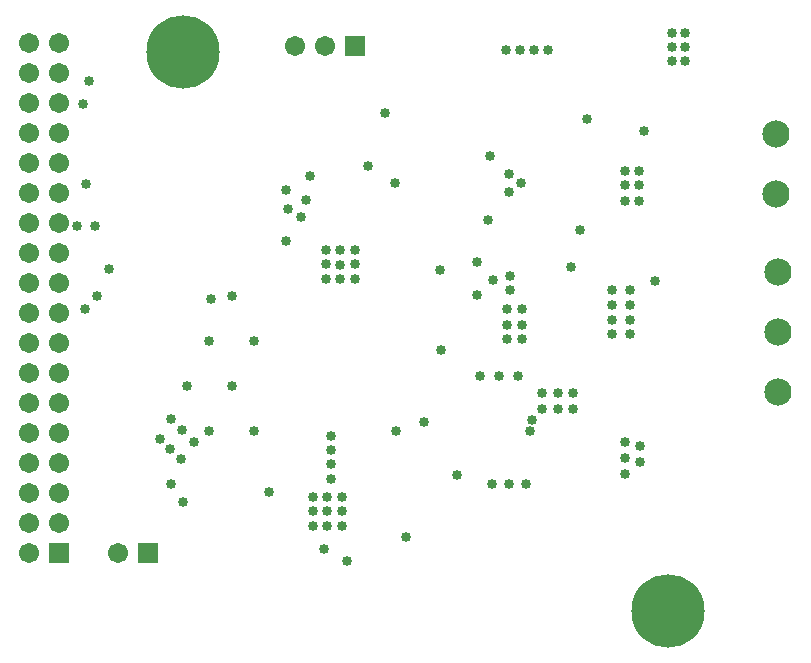
<source format=gbs>
G04*
G04 #@! TF.GenerationSoftware,Altium Limited,Altium Designer,21.6.1 (37)*
G04*
G04 Layer_Color=16711935*
%FSLAX25Y25*%
%MOIN*%
G70*
G04*
G04 #@! TF.SameCoordinates,B4AB2511-9BA3-4B12-947F-8A4498F88565*
G04*
G04*
G04 #@! TF.FilePolarity,Negative*
G04*
G01*
G75*
%ADD44C,0.06706*%
%ADD45R,0.06706X0.06706*%
%ADD46C,0.09068*%
%ADD47R,0.06706X0.06706*%
%ADD48C,0.24422*%
%ADD49C,0.03359*%
%ADD50C,0.03359*%
D44*
X343500Y383500D02*
D03*
X353500D02*
D03*
X284646Y214567D02*
D03*
X255000Y214500D02*
D03*
X265000Y224500D02*
D03*
X255000D02*
D03*
X265000Y234500D02*
D03*
X255000D02*
D03*
X265000Y244500D02*
D03*
X255000D02*
D03*
X265000Y254500D02*
D03*
X255000D02*
D03*
X265000Y264500D02*
D03*
X255000D02*
D03*
X265000Y274500D02*
D03*
X255000D02*
D03*
X265000Y284500D02*
D03*
X255000D02*
D03*
X265000Y294500D02*
D03*
X255000D02*
D03*
X265000Y304500D02*
D03*
X255000D02*
D03*
X265000Y314500D02*
D03*
X255000D02*
D03*
X265000Y324500D02*
D03*
X255000D02*
D03*
X265000Y334500D02*
D03*
X255000D02*
D03*
X265000Y344500D02*
D03*
X255000D02*
D03*
X265000Y354500D02*
D03*
X255000D02*
D03*
X265000Y364500D02*
D03*
X255000D02*
D03*
X265000Y374500D02*
D03*
X255000D02*
D03*
X265000Y384500D02*
D03*
X255000D02*
D03*
D45*
X363500Y383500D02*
D03*
X294646Y214567D02*
D03*
D46*
X504500Y268000D02*
D03*
Y288000D02*
D03*
Y308000D02*
D03*
X504000Y354000D02*
D03*
Y334000D02*
D03*
D47*
X265000Y214500D02*
D03*
D48*
X306299Y381496D02*
D03*
X467717Y195276D02*
D03*
D49*
X380709Y219685D02*
D03*
X359055Y223622D02*
D03*
X354331D02*
D03*
X349606D02*
D03*
X438583Y322047D02*
D03*
X435433Y309842D02*
D03*
X376772Y337795D02*
D03*
X274029Y337500D02*
D03*
X345669Y326378D02*
D03*
X341339Y329254D02*
D03*
X340551Y335313D02*
D03*
X347244Y332283D02*
D03*
X348425Y340158D02*
D03*
X407874Y325590D02*
D03*
X453543Y341732D02*
D03*
Y337008D02*
D03*
X340551Y318504D02*
D03*
X458661Y250000D02*
D03*
Y244882D02*
D03*
X355512Y238976D02*
D03*
Y244094D02*
D03*
Y248819D02*
D03*
Y253543D02*
D03*
X453543Y246063D02*
D03*
Y240945D02*
D03*
Y251575D02*
D03*
X455118Y297244D02*
D03*
X449213Y301969D02*
D03*
Y297244D02*
D03*
Y292126D02*
D03*
X455118D02*
D03*
Y287402D02*
D03*
X449213D02*
D03*
X415354Y301969D02*
D03*
Y306693D02*
D03*
X335039Y234646D02*
D03*
X373622Y361024D02*
D03*
X367779Y343307D02*
D03*
X277559Y300000D02*
D03*
X272835Y364173D02*
D03*
X274803Y371654D02*
D03*
X277000Y323500D02*
D03*
X361024Y211811D02*
D03*
X353150Y215748D02*
D03*
X409449Y305512D02*
D03*
X455118Y301969D02*
D03*
X404339Y311409D02*
D03*
X391732Y308661D02*
D03*
X392051Y282132D02*
D03*
X458268Y341732D02*
D03*
Y337008D02*
D03*
Y331890D02*
D03*
X453543D02*
D03*
X413779Y382283D02*
D03*
X418504D02*
D03*
X423228D02*
D03*
X427953D02*
D03*
X414961Y340945D02*
D03*
Y334646D02*
D03*
X408661Y346850D02*
D03*
X419291Y285827D02*
D03*
Y290551D02*
D03*
Y295669D02*
D03*
X414173Y285827D02*
D03*
Y290551D02*
D03*
Y295669D02*
D03*
X404331Y300394D02*
D03*
X417717Y273622D02*
D03*
X411417D02*
D03*
X405118D02*
D03*
X421713Y255178D02*
D03*
X422441Y258661D02*
D03*
X436221Y267717D02*
D03*
X431102D02*
D03*
X425984Y262598D02*
D03*
X431102D02*
D03*
X436221D02*
D03*
X425984Y267717D02*
D03*
X420472Y237402D02*
D03*
X409055D02*
D03*
X414961D02*
D03*
X386614Y258268D02*
D03*
X397638Y240551D02*
D03*
X377165Y255118D02*
D03*
X359055Y233071D02*
D03*
X302362Y237529D02*
D03*
X306299Y231470D02*
D03*
X418898Y337795D02*
D03*
X353937Y315354D02*
D03*
X358661D02*
D03*
X363386D02*
D03*
Y310630D02*
D03*
Y305906D02*
D03*
X358661D02*
D03*
X353937Y310630D02*
D03*
X358555Y310579D02*
D03*
X353921Y305890D02*
D03*
X469291Y383071D02*
D03*
Y387795D02*
D03*
X473622D02*
D03*
Y378346D02*
D03*
X469291D02*
D03*
X473622Y383071D02*
D03*
X354331Y228346D02*
D03*
X273500Y295791D02*
D03*
X315500Y299000D02*
D03*
X281500Y309000D02*
D03*
X271000Y323500D02*
D03*
X354331Y233071D02*
D03*
X463500Y305000D02*
D03*
X441000Y359000D02*
D03*
X309842Y251575D02*
D03*
X306000Y255500D02*
D03*
X302362Y259055D02*
D03*
X305512Y245669D02*
D03*
X298425Y252362D02*
D03*
X459780Y355231D02*
D03*
X302000Y249000D02*
D03*
X349606Y228346D02*
D03*
Y233071D02*
D03*
X359055Y228346D02*
D03*
D50*
X330000Y285000D02*
D03*
Y255000D02*
D03*
X322500Y300000D02*
D03*
X315000Y285000D02*
D03*
X322500Y270000D02*
D03*
X315000Y255000D02*
D03*
X307500Y270000D02*
D03*
M02*

</source>
